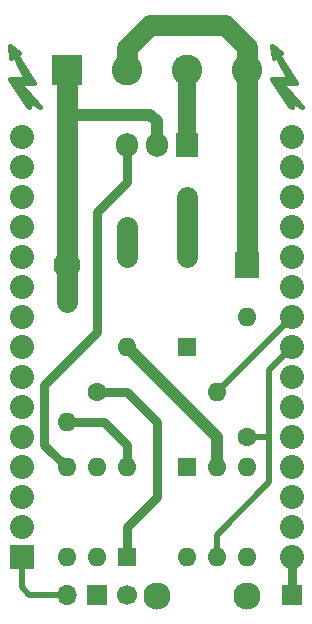
<source format=gbr>
G04 #@! TF.GenerationSoftware,KiCad,Pcbnew,5.1.5-52549c5~86~ubuntu18.04.1*
G04 #@! TF.CreationDate,2020-03-29T17:49:00+00:00*
G04 #@! TF.ProjectId,PWR,5057522e-6b69-4636-9164-5f7063625858,rev?*
G04 #@! TF.SameCoordinates,Original*
G04 #@! TF.FileFunction,Copper,L2,Bot*
G04 #@! TF.FilePolarity,Positive*
%FSLAX46Y46*%
G04 Gerber Fmt 4.6, Leading zero omitted, Abs format (unit mm)*
G04 Created by KiCad (PCBNEW 5.1.5-52549c5~86~ubuntu18.04.1) date 2020-03-29 17:49:00*
%MOMM*%
%LPD*%
G04 APERTURE LIST*
%ADD10C,0.381000*%
%ADD11O,1.600000X1.600000*%
%ADD12R,1.600000X1.600000*%
%ADD13R,1.700000X1.700000*%
%ADD14C,1.700000*%
%ADD15C,2.032000*%
%ADD16R,2.032000X2.032000*%
%ADD17O,1.700000X1.700000*%
%ADD18C,2.300000*%
%ADD19R,2.000000X2.300000*%
%ADD20C,1.600000*%
%ADD21O,1.905000X2.000000*%
%ADD22R,1.905000X2.000000*%
%ADD23C,2.600000*%
%ADD24R,2.600000X2.600000*%
%ADD25C,1.750000*%
%ADD26C,1.000000*%
%ADD27C,0.750000*%
%ADD28C,0.500000*%
%ADD29C,1.500000*%
G04 APERTURE END LIST*
D10*
X127508000Y-79121000D02*
X127381000Y-79629000D01*
X128651000Y-81407000D02*
X127508000Y-79121000D01*
X127254000Y-81407000D02*
X128651000Y-81407000D01*
X128778000Y-83693000D02*
X127254000Y-81407000D01*
X129032000Y-83312000D02*
X128905000Y-83820000D01*
X129794000Y-83820000D02*
X129032000Y-83312000D01*
X128016000Y-81788000D02*
X129794000Y-83820000D01*
X129286000Y-81788000D02*
X128016000Y-81788000D01*
X127508000Y-78994000D02*
X129286000Y-81788000D01*
X128016000Y-79248000D02*
X127508000Y-78994000D01*
X127254000Y-78613000D02*
X128016000Y-79248000D01*
X127381000Y-79629000D02*
X127254000Y-78613000D01*
X127635000Y-81534000D02*
X128905000Y-81534000D01*
X129032000Y-83439000D02*
X127635000Y-81534000D01*
X149733000Y-79121000D02*
X149606000Y-79629000D01*
X150876000Y-81407000D02*
X149733000Y-79121000D01*
X149479000Y-81407000D02*
X150876000Y-81407000D01*
X151003000Y-83693000D02*
X149479000Y-81407000D01*
X151257000Y-83312000D02*
X151130000Y-83820000D01*
X152019000Y-83820000D02*
X151257000Y-83312000D01*
X150241000Y-81788000D02*
X152019000Y-83820000D01*
X151511000Y-81788000D02*
X150241000Y-81788000D01*
X149733000Y-78994000D02*
X151511000Y-81788000D01*
X150241000Y-79248000D02*
X149733000Y-78994000D01*
X149479000Y-78613000D02*
X150241000Y-79248000D01*
X149606000Y-79629000D02*
X149479000Y-78613000D01*
X149860000Y-81534000D02*
X151130000Y-81534000D01*
X151257000Y-83439000D02*
X149860000Y-81534000D01*
D11*
X142240000Y-121920000D03*
X147320000Y-114300000D03*
X144780000Y-121920000D03*
X144780000Y-114300000D03*
X147320000Y-121920000D03*
D12*
X142240000Y-114300000D03*
D13*
X151130000Y-125095000D03*
D14*
X137160000Y-125095000D03*
D15*
X151130000Y-119380000D03*
X151130000Y-114300000D03*
X151130000Y-116840000D03*
X151130000Y-96520000D03*
X151130000Y-99060000D03*
X151130000Y-104140000D03*
X151130000Y-101600000D03*
X151130000Y-86360000D03*
X151130000Y-106680000D03*
X151130000Y-111760000D03*
X151130000Y-109220000D03*
X151130000Y-93980000D03*
X151130000Y-88900000D03*
X151130000Y-91440000D03*
X151130000Y-121920000D03*
X128270000Y-86360000D03*
X128270000Y-88900000D03*
X128270000Y-91440000D03*
X128270000Y-93980000D03*
X128270000Y-96520000D03*
X128270000Y-99060000D03*
X128270000Y-101600000D03*
X128270000Y-104140000D03*
X128270000Y-106680000D03*
X128270000Y-109220000D03*
X128270000Y-111760000D03*
X128270000Y-114300000D03*
X128270000Y-116840000D03*
X128270000Y-119380000D03*
D16*
X128270000Y-121920000D03*
D17*
X132080000Y-125095000D03*
D13*
X134620000Y-125095000D03*
D18*
X139720000Y-125155000D03*
X132120000Y-97155000D03*
D19*
X147320000Y-97155000D03*
D18*
X147320000Y-125155000D03*
D11*
X147320000Y-101600000D03*
D20*
X147320000Y-111760000D03*
X134620000Y-107950000D03*
D11*
X144780000Y-107950000D03*
X137160000Y-93980000D03*
D20*
X147320000Y-93980000D03*
D11*
X132080000Y-110490000D03*
D20*
X132080000Y-100330000D03*
D11*
X142240000Y-91440000D03*
D20*
X132080000Y-91440000D03*
D12*
X142240000Y-104140000D03*
D11*
X137160000Y-96520000D03*
X137160000Y-104140000D03*
X142240000Y-96520000D03*
X137160000Y-114300000D03*
X132080000Y-121920000D03*
X134620000Y-114300000D03*
X134620000Y-121920000D03*
X132080000Y-114300000D03*
D12*
X137160000Y-121920000D03*
D21*
X137160000Y-86995000D03*
X139700000Y-86995000D03*
D22*
X142240000Y-86995000D03*
D23*
X147320000Y-80645000D03*
X142240000Y-80645000D03*
X137160000Y-80645000D03*
D24*
X132080000Y-80645000D03*
D25*
X147320000Y-97155000D02*
X147320000Y-93980000D01*
X147320000Y-93980000D02*
X147320000Y-80645000D01*
X139101513Y-76865010D02*
X145445010Y-76865010D01*
X145445010Y-76865010D02*
X147320000Y-78740000D01*
X137160000Y-80645000D02*
X137160000Y-78806523D01*
X147320000Y-78740000D02*
X147320000Y-80645000D01*
X137160000Y-78806523D02*
X139101513Y-76865010D01*
X132120000Y-97155000D02*
X132120000Y-91480000D01*
X132120000Y-97155000D02*
X132120000Y-100290000D01*
X132120000Y-100290000D02*
X132080000Y-100330000D01*
D26*
X139160000Y-84455000D02*
X132080000Y-84455000D01*
X139700000Y-84995000D02*
X139160000Y-84455000D01*
X139700000Y-86995000D02*
X139700000Y-84995000D01*
D25*
X132080000Y-80645000D02*
X132080000Y-84455000D01*
X132080000Y-84455000D02*
X132080000Y-91440000D01*
X137160000Y-93980000D02*
X137160000Y-96520000D01*
D26*
X144780000Y-111760000D02*
X140970000Y-107950000D01*
X140970000Y-107950000D02*
X137160000Y-104140000D01*
X144780000Y-114300000D02*
X144780000Y-111760000D01*
D25*
X142240000Y-91440000D02*
X142240000Y-96520000D01*
D27*
X137160000Y-90170000D02*
X137160000Y-86995000D01*
X132080000Y-114300000D02*
X130175000Y-112395000D01*
X137160000Y-90170000D02*
X134620000Y-92710000D01*
X134620000Y-92710000D02*
X134620000Y-102870000D01*
X134620000Y-102870000D02*
X130175000Y-107315000D01*
X130175000Y-112395000D02*
X130175000Y-107315000D01*
X137160000Y-114300000D02*
X137160000Y-112395000D01*
X135255000Y-110490000D02*
X132080000Y-110490000D01*
X137160000Y-112395000D02*
X135255000Y-110490000D01*
X137160000Y-119380000D02*
X137160000Y-121920000D01*
X139700000Y-116840000D02*
X137160000Y-119380000D01*
X139700000Y-110490000D02*
X139700000Y-116840000D01*
X137160000Y-107950000D02*
X139700000Y-110490000D01*
X134620000Y-107950000D02*
X137160000Y-107950000D01*
D28*
X151130000Y-104140000D02*
X149225000Y-106045000D01*
X149225000Y-115570000D02*
X144780000Y-120015000D01*
X144780000Y-120015000D02*
X144780000Y-121920000D01*
X147320000Y-111760000D02*
X149225000Y-111760000D01*
X149225000Y-106045000D02*
X149225000Y-111760000D01*
X149225000Y-111760000D02*
X149225000Y-115570000D01*
X151130000Y-101600000D02*
X144780000Y-107950000D01*
D29*
X142240000Y-86995000D02*
X142240000Y-84995000D01*
X142240000Y-84995000D02*
X142240000Y-80645000D01*
D26*
X142240000Y-86995000D02*
X142240000Y-80645000D01*
D28*
X132080000Y-125095000D02*
X128905000Y-125095000D01*
X128905000Y-125095000D02*
X128270000Y-124460000D01*
X128270000Y-124460000D02*
X128270000Y-121920000D01*
D27*
X151130000Y-125095000D02*
X151130000Y-121920000D01*
M02*

</source>
